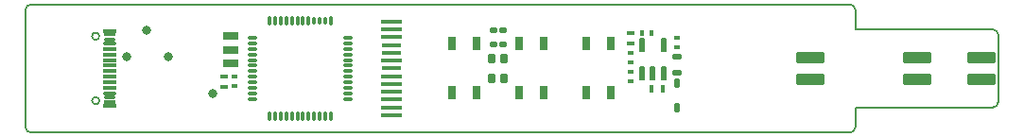
<source format=gtp>
G04*
G04 #@! TF.GenerationSoftware,Altium Limited,Altium Designer,24.2.2 (26)*
G04*
G04 Layer_Color=8421504*
%FSLAX43Y43*%
%MOMM*%
G71*
G04*
G04 #@! TF.SameCoordinates,1F1FED76-AB6C-4830-BD65-6DDC81D4C714*
G04*
G04*
G04 #@! TF.FilePolarity,Positive*
G04*
G01*
G75*
%ADD10C,0.127*%
%ADD11C,0.203*%
G04:AMPARAMS|DCode=12|XSize=0.4mm|YSize=0.7mm|CornerRadius=0.04mm|HoleSize=0mm|Usage=FLASHONLY|Rotation=270.000|XOffset=0mm|YOffset=0mm|HoleType=Round|Shape=RoundedRectangle|*
%AMROUNDEDRECTD12*
21,1,0.400,0.620,0,0,270.0*
21,1,0.320,0.700,0,0,270.0*
1,1,0.080,-0.310,-0.160*
1,1,0.080,-0.310,0.160*
1,1,0.080,0.310,0.160*
1,1,0.080,0.310,-0.160*
%
%ADD12ROUNDEDRECTD12*%
G04:AMPARAMS|DCode=13|XSize=2.5mm|YSize=1mm|CornerRadius=0.1mm|HoleSize=0mm|Usage=FLASHONLY|Rotation=180.000|XOffset=0mm|YOffset=0mm|HoleType=Round|Shape=RoundedRectangle|*
%AMROUNDEDRECTD13*
21,1,2.500,0.800,0,0,180.0*
21,1,2.300,1.000,0,0,180.0*
1,1,0.200,-1.150,0.400*
1,1,0.200,1.150,0.400*
1,1,0.200,1.150,-0.400*
1,1,0.200,-1.150,-0.400*
%
%ADD13ROUNDEDRECTD13*%
G04:AMPARAMS|DCode=14|XSize=0.9mm|YSize=0.6mm|CornerRadius=0.15mm|HoleSize=0mm|Usage=FLASHONLY|Rotation=90.000|XOffset=0mm|YOffset=0mm|HoleType=Round|Shape=RoundedRectangle|*
%AMROUNDEDRECTD14*
21,1,0.900,0.300,0,0,90.0*
21,1,0.600,0.600,0,0,90.0*
1,1,0.300,0.150,0.300*
1,1,0.300,0.150,-0.300*
1,1,0.300,-0.150,-0.300*
1,1,0.300,-0.150,0.300*
%
%ADD14ROUNDEDRECTD14*%
G04:AMPARAMS|DCode=15|XSize=0.8mm|YSize=0.5mm|CornerRadius=0.05mm|HoleSize=0mm|Usage=FLASHONLY|Rotation=90.000|XOffset=0mm|YOffset=0mm|HoleType=Round|Shape=RoundedRectangle|*
%AMROUNDEDRECTD15*
21,1,0.800,0.400,0,0,90.0*
21,1,0.700,0.500,0,0,90.0*
1,1,0.100,0.200,0.350*
1,1,0.100,0.200,-0.350*
1,1,0.100,-0.200,-0.350*
1,1,0.100,-0.200,0.350*
%
%ADD15ROUNDEDRECTD15*%
G04:AMPARAMS|DCode=16|XSize=0.4mm|YSize=0.55mm|CornerRadius=0.04mm|HoleSize=0mm|Usage=FLASHONLY|Rotation=90.000|XOffset=0mm|YOffset=0mm|HoleType=Round|Shape=RoundedRectangle|*
%AMROUNDEDRECTD16*
21,1,0.400,0.470,0,0,90.0*
21,1,0.320,0.550,0,0,90.0*
1,1,0.080,0.235,0.160*
1,1,0.080,0.235,-0.160*
1,1,0.080,-0.235,-0.160*
1,1,0.080,-0.235,0.160*
%
%ADD16ROUNDEDRECTD16*%
G04:AMPARAMS|DCode=17|XSize=0.5mm|YSize=0.8mm|CornerRadius=0.05mm|HoleSize=0mm|Usage=FLASHONLY|Rotation=90.000|XOffset=0mm|YOffset=0mm|HoleType=Round|Shape=RoundedRectangle|*
%AMROUNDEDRECTD17*
21,1,0.500,0.700,0,0,90.0*
21,1,0.400,0.800,0,0,90.0*
1,1,0.100,0.350,0.200*
1,1,0.100,0.350,-0.200*
1,1,0.100,-0.350,-0.200*
1,1,0.100,-0.350,0.200*
%
%ADD17ROUNDEDRECTD17*%
G04:AMPARAMS|DCode=18|XSize=0.4mm|YSize=0.7mm|CornerRadius=0.04mm|HoleSize=0mm|Usage=FLASHONLY|Rotation=180.000|XOffset=0mm|YOffset=0mm|HoleType=Round|Shape=RoundedRectangle|*
%AMROUNDEDRECTD18*
21,1,0.400,0.620,0,0,180.0*
21,1,0.320,0.700,0,0,180.0*
1,1,0.080,-0.160,0.310*
1,1,0.080,0.160,0.310*
1,1,0.080,0.160,-0.310*
1,1,0.080,-0.160,-0.310*
%
%ADD18ROUNDEDRECTD18*%
G04:AMPARAMS|DCode=19|XSize=0.4mm|YSize=0.55mm|CornerRadius=0.04mm|HoleSize=0mm|Usage=FLASHONLY|Rotation=180.000|XOffset=0mm|YOffset=0mm|HoleType=Round|Shape=RoundedRectangle|*
%AMROUNDEDRECTD19*
21,1,0.400,0.470,0,0,180.0*
21,1,0.320,0.550,0,0,180.0*
1,1,0.080,-0.160,0.235*
1,1,0.080,0.160,0.235*
1,1,0.080,0.160,-0.235*
1,1,0.080,-0.160,-0.235*
%
%ADD19ROUNDEDRECTD19*%
G04:AMPARAMS|DCode=20|XSize=0.45mm|YSize=0.65mm|CornerRadius=0.045mm|HoleSize=0mm|Usage=FLASHONLY|Rotation=90.000|XOffset=0mm|YOffset=0mm|HoleType=Round|Shape=RoundedRectangle|*
%AMROUNDEDRECTD20*
21,1,0.450,0.560,0,0,90.0*
21,1,0.360,0.650,0,0,90.0*
1,1,0.090,0.280,0.180*
1,1,0.090,0.280,-0.180*
1,1,0.090,-0.280,-0.180*
1,1,0.090,-0.280,0.180*
%
%ADD20ROUNDEDRECTD20*%
G04:AMPARAMS|DCode=21|XSize=0.599mm|YSize=1.4mm|CornerRadius=0.06mm|HoleSize=0mm|Usage=FLASHONLY|Rotation=270.000|XOffset=0mm|YOffset=0mm|HoleType=Round|Shape=RoundedRectangle|*
%AMROUNDEDRECTD21*
21,1,0.599,1.280,0,0,270.0*
21,1,0.480,1.400,0,0,270.0*
1,1,0.120,-0.640,-0.240*
1,1,0.120,-0.640,0.240*
1,1,0.120,0.640,0.240*
1,1,0.120,0.640,-0.240*
%
%ADD21ROUNDEDRECTD21*%
G04:AMPARAMS|DCode=22|XSize=0.813mm|YSize=0.305mm|CornerRadius=0.03mm|HoleSize=0mm|Usage=FLASHONLY|Rotation=90.000|XOffset=0mm|YOffset=0mm|HoleType=Round|Shape=RoundedRectangle|*
%AMROUNDEDRECTD22*
21,1,0.813,0.244,0,0,90.0*
21,1,0.752,0.305,0,0,90.0*
1,1,0.061,0.122,0.376*
1,1,0.061,0.122,-0.376*
1,1,0.061,-0.122,-0.376*
1,1,0.061,-0.122,0.376*
%
%ADD22ROUNDEDRECTD22*%
G04:AMPARAMS|DCode=23|XSize=0.813mm|YSize=0.305mm|CornerRadius=0.03mm|HoleSize=0mm|Usage=FLASHONLY|Rotation=180.000|XOffset=0mm|YOffset=0mm|HoleType=Round|Shape=RoundedRectangle|*
%AMROUNDEDRECTD23*
21,1,0.813,0.244,0,0,180.0*
21,1,0.752,0.305,0,0,180.0*
1,1,0.061,-0.376,0.122*
1,1,0.061,0.376,0.122*
1,1,0.061,0.376,-0.122*
1,1,0.061,-0.376,-0.122*
%
%ADD23ROUNDEDRECTD23*%
G04:AMPARAMS|DCode=24|XSize=1.8mm|YSize=0.38mm|CornerRadius=0.038mm|HoleSize=0mm|Usage=FLASHONLY|Rotation=180.000|XOffset=0mm|YOffset=0mm|HoleType=Round|Shape=RoundedRectangle|*
%AMROUNDEDRECTD24*
21,1,1.800,0.304,0,0,180.0*
21,1,1.724,0.380,0,0,180.0*
1,1,0.076,-0.862,0.152*
1,1,0.076,0.862,0.152*
1,1,0.076,0.862,-0.152*
1,1,0.076,-0.862,-0.152*
%
%ADD24ROUNDEDRECTD24*%
G04:AMPARAMS|DCode=25|XSize=0.508mm|YSize=1.27mm|CornerRadius=0.051mm|HoleSize=0mm|Usage=FLASHONLY|Rotation=180.000|XOffset=0mm|YOffset=0mm|HoleType=Round|Shape=RoundedRectangle|*
%AMROUNDEDRECTD25*
21,1,0.508,1.168,0,0,180.0*
21,1,0.406,1.270,0,0,180.0*
1,1,0.102,-0.203,0.584*
1,1,0.102,0.203,0.584*
1,1,0.102,0.203,-0.584*
1,1,0.102,-0.203,-0.584*
%
%ADD25ROUNDEDRECTD25*%
%ADD26O,1.800X0.380*%
%ADD27C,0.800*%
%ADD28O,0.305X0.813*%
G04:AMPARAMS|DCode=29|XSize=1.199mm|YSize=0.65mm|CornerRadius=0.065mm|HoleSize=0mm|Usage=FLASHONLY|Rotation=270.000|XOffset=0mm|YOffset=0mm|HoleType=Round|Shape=RoundedRectangle|*
%AMROUNDEDRECTD29*
21,1,1.199,0.520,0,0,270.0*
21,1,1.069,0.650,0,0,270.0*
1,1,0.130,-0.260,-0.534*
1,1,0.130,-0.260,0.534*
1,1,0.130,0.260,0.534*
1,1,0.130,0.260,-0.534*
%
%ADD29ROUNDEDRECTD29*%
G04:AMPARAMS|DCode=30|XSize=0.3mm|YSize=1.1mm|CornerRadius=0.045mm|HoleSize=0mm|Usage=FLASHONLY|Rotation=270.000|XOffset=0mm|YOffset=0mm|HoleType=Round|Shape=RoundedRectangle|*
%AMROUNDEDRECTD30*
21,1,0.300,1.010,0,0,270.0*
21,1,0.210,1.100,0,0,270.0*
1,1,0.090,-0.505,-0.105*
1,1,0.090,-0.505,0.105*
1,1,0.090,0.505,0.105*
1,1,0.090,0.505,-0.105*
%
%ADD30ROUNDEDRECTD30*%
G04:AMPARAMS|DCode=31|XSize=0.3mm|YSize=1.2mm|CornerRadius=0.045mm|HoleSize=0mm|Usage=FLASHONLY|Rotation=270.000|XOffset=0mm|YOffset=0mm|HoleType=Round|Shape=RoundedRectangle|*
%AMROUNDEDRECTD31*
21,1,0.300,1.110,0,0,270.0*
21,1,0.210,1.200,0,0,270.0*
1,1,0.090,-0.555,-0.105*
1,1,0.090,-0.555,0.105*
1,1,0.090,0.555,0.105*
1,1,0.090,0.555,-0.105*
%
%ADD31ROUNDEDRECTD31*%
%ADD32O,1.200X0.300*%
%ADD33O,1.100X0.300*%
D10*
X5305Y-2890D02*
G03*
X5305Y-2890I-325J0D01*
G01*
Y2890D02*
G03*
X5305Y2890I-325J0D01*
G01*
D11*
X72500Y-5750D02*
G03*
X73000Y-5250I0J500D01*
G01*
X73000Y5250D02*
G03*
X72500Y5750I-500J0D01*
G01*
X85800Y3000D02*
G03*
X85300Y3500I-500J0D01*
G01*
X85300Y-3500D02*
G03*
X85800Y-3000I0J500D01*
G01*
X-800Y5750D02*
G03*
X-1300Y5250I0J-500D01*
G01*
X-1300Y-5250D02*
G03*
X-800Y-5750I500J0D01*
G01*
X85800Y-3000D02*
Y3000D01*
X73000Y3500D02*
X85300D01*
X73000Y-3500D02*
X85300D01*
X73000Y-5250D02*
Y-3500D01*
X-800Y-5750D02*
X72500Y-5750D01*
X73000Y3500D02*
Y5250D01*
X-800Y5750D02*
X72500Y5750D01*
X-1300Y-5250D02*
Y5250D01*
D12*
X52875Y2250D02*
D03*
Y3200D02*
D03*
X16450Y-700D02*
D03*
Y-1650D02*
D03*
D13*
X84300Y995D02*
D03*
Y-1005D02*
D03*
X78500Y995D02*
D03*
Y-1005D02*
D03*
X69000Y995D02*
D03*
Y-1005D02*
D03*
D14*
X40450Y-915D02*
D03*
X41550D02*
D03*
Y915D02*
D03*
X40450D02*
D03*
D15*
X57000Y-3500D02*
D03*
Y-1300D02*
D03*
D16*
X57000Y2725D02*
D03*
Y1875D02*
D03*
X17450Y-750D02*
D03*
Y-1600D02*
D03*
X52875Y1375D02*
D03*
Y525D02*
D03*
Y-1125D02*
D03*
Y-275D02*
D03*
D17*
X57000Y-375D02*
D03*
Y1025D02*
D03*
D18*
X54775Y-1850D02*
D03*
X55725D02*
D03*
D19*
X54775Y3200D02*
D03*
X53925D02*
D03*
D20*
X41425Y2175D02*
D03*
X40575Y3425D02*
D03*
Y2175D02*
D03*
X41425Y3425D02*
D03*
D21*
X17075Y2874D02*
D03*
Y1675D02*
D03*
Y476D02*
D03*
D22*
X22550Y-4250D02*
D03*
X21050D02*
D03*
X21550D02*
D03*
X22050D02*
D03*
X25050D02*
D03*
X20550Y4250D02*
D03*
X21050D02*
D03*
X21550D02*
D03*
X22050D02*
D03*
X22550D02*
D03*
X23050D02*
D03*
X23550D02*
D03*
X24050D02*
D03*
X26050D02*
D03*
Y-4250D02*
D03*
X25550D02*
D03*
X24550D02*
D03*
X24050D02*
D03*
X23550D02*
D03*
X23050D02*
D03*
X20550D02*
D03*
D23*
X27550Y-750D02*
D03*
Y2750D02*
D03*
Y2250D02*
D03*
Y1750D02*
D03*
Y1250D02*
D03*
Y750D02*
D03*
Y250D02*
D03*
Y-250D02*
D03*
Y-1250D02*
D03*
Y-1750D02*
D03*
Y-2250D02*
D03*
Y-2750D02*
D03*
X19050D02*
D03*
Y-2250D02*
D03*
Y-1750D02*
D03*
Y-1250D02*
D03*
Y-750D02*
D03*
Y-250D02*
D03*
Y250D02*
D03*
Y750D02*
D03*
Y1250D02*
D03*
Y1750D02*
D03*
Y2250D02*
D03*
Y2750D02*
D03*
D24*
X31500Y-1400D02*
D03*
Y2800D02*
D03*
Y3500D02*
D03*
Y4200D02*
D03*
Y700D02*
D03*
Y-2800D02*
D03*
Y-2100D02*
D03*
Y-3500D02*
D03*
Y-4200D02*
D03*
Y-700D02*
D03*
D25*
X53910Y-495D02*
D03*
X55815D02*
D03*
X54850D02*
D03*
X53910Y2045D02*
D03*
X55815D02*
D03*
D26*
X31500Y2100D02*
D03*
Y1400D02*
D03*
Y0D02*
D03*
D27*
X15500Y-2250D02*
D03*
X9575Y3425D02*
D03*
X7800Y1025D02*
D03*
X11450Y1025D02*
D03*
D28*
X24550Y4250D02*
D03*
X25050D02*
D03*
X25550D02*
D03*
D29*
X36900Y-2200D02*
D03*
Y2200D02*
D03*
X39100Y-2200D02*
D03*
Y2200D02*
D03*
X48900Y-2200D02*
D03*
Y2200D02*
D03*
X51100Y-2200D02*
D03*
Y2200D02*
D03*
X45100D02*
D03*
Y-2200D02*
D03*
X42900Y2200D02*
D03*
Y-2200D02*
D03*
D30*
X6250Y-3050D02*
D03*
Y3050D02*
D03*
D31*
X6200Y-3350D02*
D03*
Y3350D02*
D03*
Y750D02*
D03*
Y1750D02*
D03*
Y250D02*
D03*
Y1250D02*
D03*
Y-1250D02*
D03*
Y-250D02*
D03*
Y-1750D02*
D03*
Y-750D02*
D03*
D32*
Y-2250D02*
D03*
Y2250D02*
D03*
D33*
X6250Y-2550D02*
D03*
Y2550D02*
D03*
M02*

</source>
